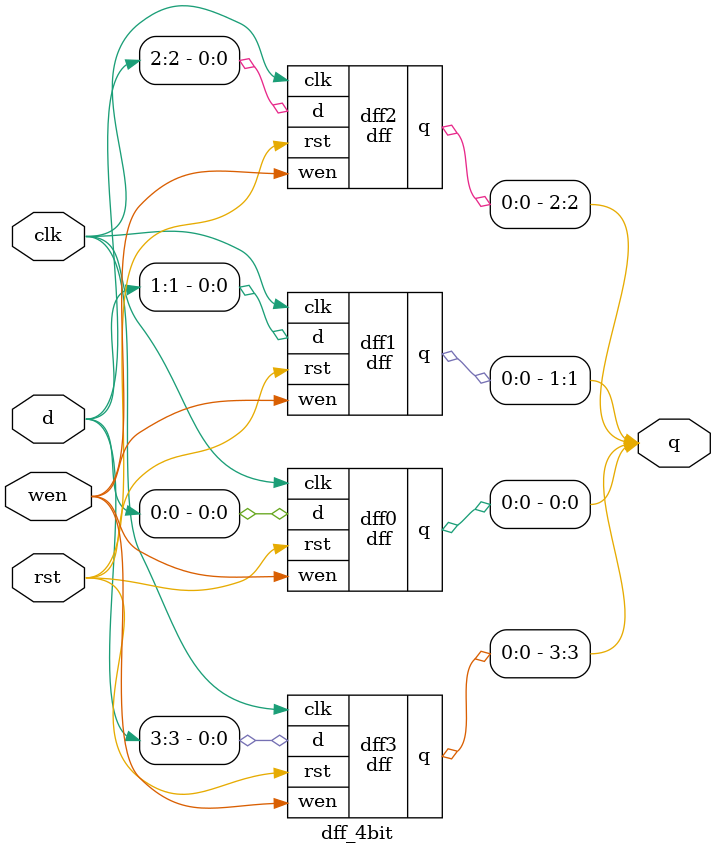
<source format=v>

module dff (q, d, wen, clk, rst);

    output         q; //DFF output
    input          d; //DFF input
    input 	       wen; //Write Enable
    input          clk; //Clock
    input          rst; //Reset (used synchronously)

    reg            state;

    assign q = state;

    always @(posedge clk) begin
      state = rst ? 0 : (wen ? d : state);
    end

endmodule

module dff_16bit (q, d, wen, clk, rst);

    output    [15:0]     q; //DFF output
    input     [15:0]     d; //DFF input
    input 	             wen; //Write Enable
    input                clk; //Clock
    input                rst; //Reset (used synchronously)

    dff dff0(.q(q[0]), .d(d[0]), .wen(wen), .clk(clk), .rst(rst));
    dff dff1(.q(q[1]), .d(d[1]), .wen(wen), .clk(clk), .rst(rst));
    dff dff2(.q(q[2]), .d(d[2]), .wen(wen), .clk(clk), .rst(rst));
    dff dff3(.q(q[3]), .d(d[3]), .wen(wen), .clk(clk), .rst(rst));

    dff dff4(.q(q[4]), .d(d[4]), .wen(wen), .clk(clk), .rst(rst));
    dff dff5(.q(q[5]), .d(d[5]), .wen(wen), .clk(clk), .rst(rst));
    dff dff6(.q(q[6]), .d(d[6]), .wen(wen), .clk(clk), .rst(rst));
    dff dff7(.q(q[7]), .d(d[7]), .wen(wen), .clk(clk), .rst(rst));

    dff dff8(.q(q[8]), .d(d[8]), .wen(wen), .clk(clk), .rst(rst));
    dff dff9(.q(q[9]), .d(d[9]), .wen(wen), .clk(clk), .rst(rst));
    dff dff10(.q(q[10]), .d(d[10]), .wen(wen), .clk(clk), .rst(rst));
    dff dff11(.q(q[11]), .d(d[11]), .wen(wen), .clk(clk), .rst(rst));

    dff dff12(.q(q[12]), .d(d[12]), .wen(wen), .clk(clk), .rst(rst));
    dff dff13(.q(q[13]), .d(d[13]), .wen(wen), .clk(clk), .rst(rst));
    dff dff14(.q(q[14]), .d(d[14]), .wen(wen), .clk(clk), .rst(rst));
    dff dff15(.q(q[15]), .d(d[15]), .wen(wen), .clk(clk), .rst(rst));


endmodule

module dff_4bit (q, d, wen, clk, rst);
    output    [3:0]      q; //DFF output
    input     [3:0]      d; //DFF input
    input 	             wen; //Write Enable
    input                clk; //Clock
    input                rst; //Reset (used synchronously)

    dff dff0(.q(q[0]), .d(d[0]), .wen(wen), .clk(clk), .rst(rst));
    dff dff1(.q(q[1]), .d(d[1]), .wen(wen), .clk(clk), .rst(rst));
    dff dff2(.q(q[2]), .d(d[2]), .wen(wen), .clk(clk), .rst(rst));
    dff dff3(.q(q[3]), .d(d[3]), .wen(wen), .clk(clk), .rst(rst));
endmodule

</source>
